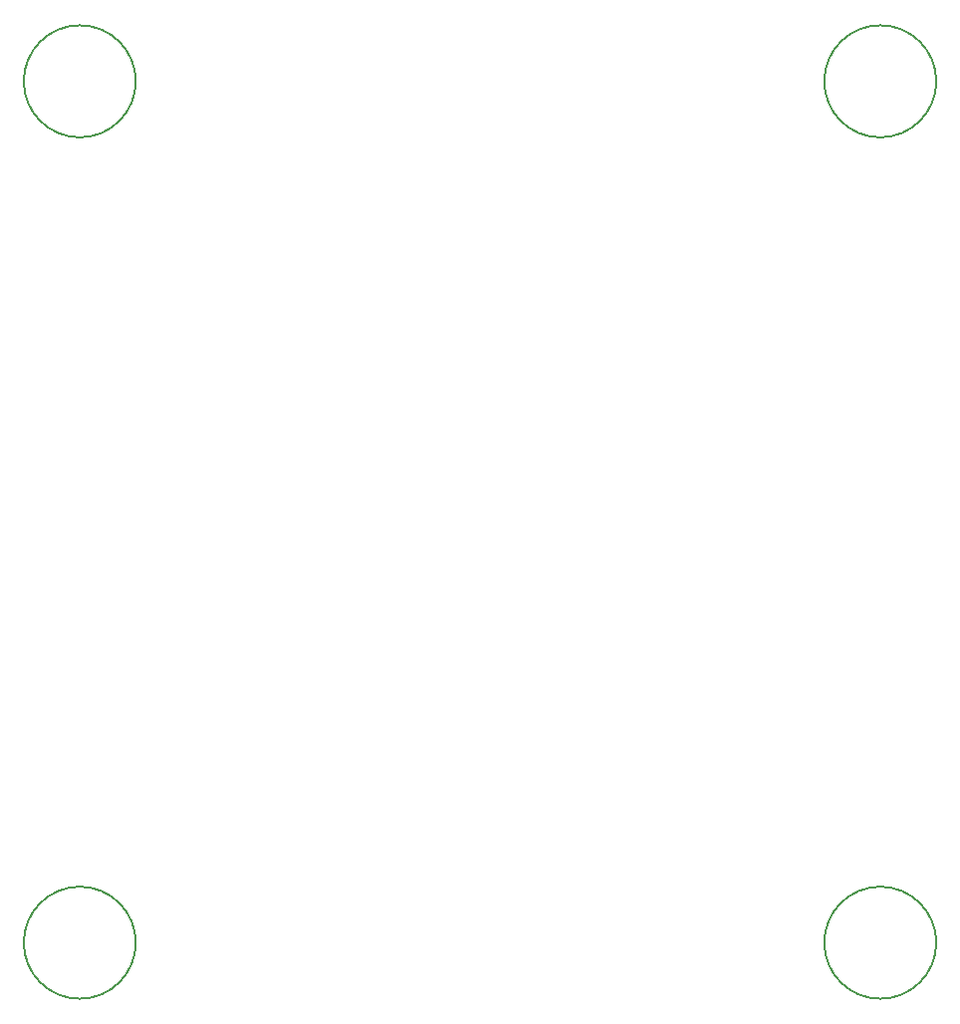
<source format=gbr>
%TF.GenerationSoftware,KiCad,Pcbnew,7.0.9*%
%TF.CreationDate,2024-08-20T19:33:21-06:00*%
%TF.ProjectId,4K layer,344b206c-6179-4657-922e-6b696361645f,rev?*%
%TF.SameCoordinates,Original*%
%TF.FileFunction,Other,Comment*%
%FSLAX46Y46*%
G04 Gerber Fmt 4.6, Leading zero omitted, Abs format (unit mm)*
G04 Created by KiCad (PCBNEW 7.0.9) date 2024-08-20 19:33:21*
%MOMM*%
%LPD*%
G01*
G04 APERTURE LIST*
%ADD10C,0.150000*%
G04 APERTURE END LIST*
D10*
%TO.C,H4*%
X38142435Y-35607822D02*
G75*
G03*
X38142435Y-35607822I-4762500J0D01*
G01*
%TO.C,H1*%
X106202305Y-35607822D02*
G75*
G03*
X106202305Y-35607822I-4762500J0D01*
G01*
%TO.C,H3*%
X106202305Y-108823467D02*
G75*
G03*
X106202305Y-108823467I-4762500J0D01*
G01*
%TO.C,H2*%
X38142435Y-108823467D02*
G75*
G03*
X38142435Y-108823467I-4762500J0D01*
G01*
%TD*%
M02*

</source>
